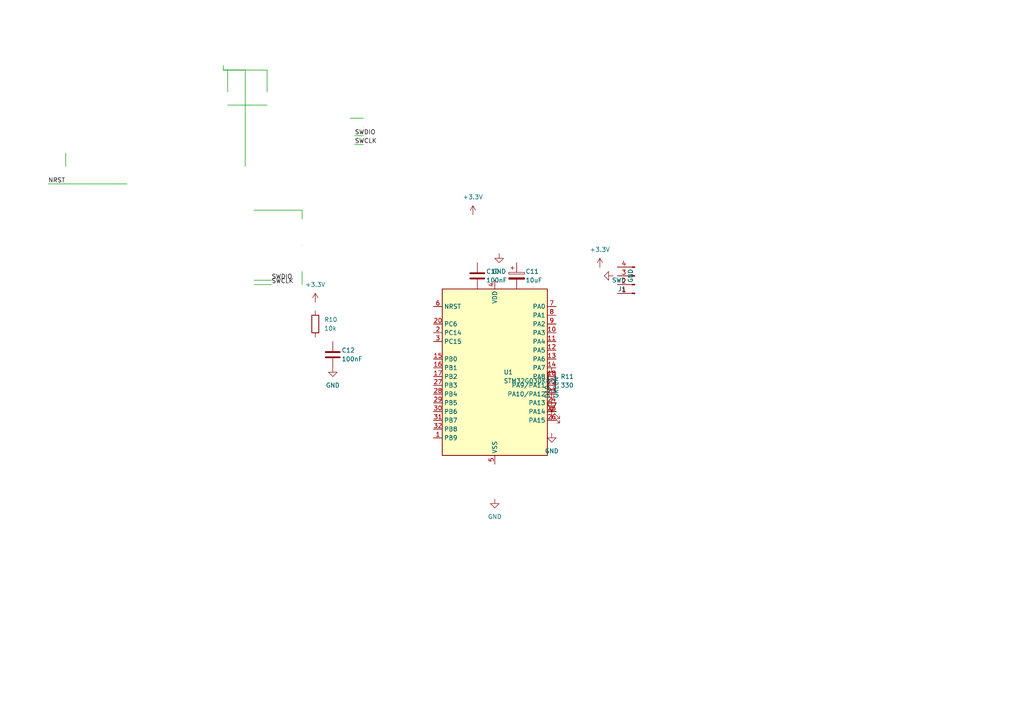
<source format=kicad_sch>
(kicad_sch (version 20250114) (generator "eeschema") (generator_version "9.0")
  (paper "A4")
  (title_block (title "STM32_Parametric_Grid_Test"))
  (lib_symbols
    (symbol "MCU_ST_STM32G0:STM32G030K8Tx"
      (property "Reference" "U" (at -15.24 26.67 0))
      (property "Value" "STM32G030K8Tx" (at 2.54 26.67 0))
      (symbol "STM32G030K8Tx_0_1"
        (rectangle (start -15.24 -22.86) (end 15.24 25.4) (stroke (width 0.254)) (fill (type background)))
      )
      (symbol "STM32G030K8Tx_1_1"
        (pin input line (at -17.78 20.32 0) (length 2.54) (name "NRST") (number "6"))
        (pin bidirectional line (at -17.78 15.24 0) (length 2.54) (name "PC6") (number "20"))
        (pin bidirectional line (at -17.78 12.7 0) (length 2.54) (name "PC14") (number "2"))
        (pin bidirectional line (at -17.78 10.16 0) (length 2.54) (name "PC15") (number "3"))
        (pin bidirectional line (at -17.78 5.08 0) (length 2.54) (name "PB0") (number "15"))
        (pin bidirectional line (at -17.78 2.54 0) (length 2.54) (name "PB1") (number "16"))
        (pin bidirectional line (at -17.78 0 0) (length 2.54) (name "PB2") (number "17"))
        (pin bidirectional line (at -17.78 -2.54 0) (length 2.54) (name "PB3") (number "27"))
        (pin bidirectional line (at -17.78 -5.08 0) (length 2.54) (name "PB4") (number "28"))
        (pin bidirectional line (at -17.78 -7.62 0) (length 2.54) (name "PB5") (number "29"))
        (pin bidirectional line (at -17.78 -10.16 0) (length 2.54) (name "PB6") (number "30"))
        (pin bidirectional line (at -17.78 -12.7 0) (length 2.54) (name "PB7") (number "31"))
        (pin bidirectional line (at -17.78 -15.24 0) (length 2.54) (name "PB8") (number "32"))
        (pin bidirectional line (at -17.78 -17.78 0) (length 2.54) (name "PB9") (number "1"))
        (pin no_connect line (at -15.24 -20.32 0) (length 2.54) (hide yes) (name "NC/PA10") (number "21"))
        (pin no_connect line (at -15.24 -22.86 0) (length 2.54) (hide yes) (name "NC/PA9") (number "19"))
        (pin power_in line (at 0 27.94 270) (length 2.54) (name "VDD") (number "4"))
        (pin power_in line (at 0 -25.4 90) (length 2.54) (name "VSS") (number "5"))
        (pin bidirectional line (at 17.78 20.32 180) (length 2.54) (name "PA0") (number "7"))
        (pin bidirectional line (at 17.78 17.78 180) (length 2.54) (name "PA1") (number "8"))
        (pin bidirectional line (at 17.78 15.24 180) (length 2.54) (name "PA2") (number "9"))
        (pin bidirectional line (at 17.78 12.7 180) (length 2.54) (name "PA3") (number "10"))
        (pin bidirectional line (at 17.78 10.16 180) (length 2.54) (name "PA4") (number "11"))
        (pin bidirectional line (at 17.78 7.62 180) (length 2.54) (name "PA5") (number "12"))
        (pin bidirectional line (at 17.78 5.08 180) (length 2.54) (name "PA6") (number "13"))
        (pin bidirectional line (at 17.78 2.54 180) (length 2.54) (name "PA7") (number "14"))
        (pin bidirectional line (at 17.78 0 180) (length 2.54) (name "PA8") (number "18"))
        (pin bidirectional line (at 17.78 -2.54 180) (length 2.54) (name "PA9/PA11") (number "22"))
        (pin bidirectional line (at 17.78 -5.08 180) (length 2.54) (name "PA10/PA12") (number "23"))
        (pin bidirectional line (at 17.78 -7.62 180) (length 2.54) (name "PA13") (number "24"))
        (pin bidirectional line (at 17.78 -10.16 180) (length 2.54) (name "PA14") (number "25"))
        (pin bidirectional line (at 17.78 -12.7 180) (length 2.54) (name "PA15") (number "26"))
      )
    )
    (symbol "Device:R" (pin_numbers (hide yes)) (pin_names (offset 0))
      (property "Reference" "R" (at 2.032 0 90))
      (property "Value" "R" (at 0 0 90))
      (symbol "R_0_1"
        (rectangle (start -1.016 -2.54) (end 1.016 2.54) (stroke (width 0.254)))
      )
      (symbol "R_1_1"
        (pin passive line (at 0 3.81 270) (length 1.27) (name "~") (number "1"))
        (pin passive line (at 0 -3.81 90) (length 1.27) (name "~") (number "2"))
      )
    )
    (symbol "Device:LED" (pin_numbers (hide yes)) (pin_names (offset 1.016) (hide yes))
      (property "Reference" "D" (at 0 2.54 0))
      (property "Value" "LED" (at 0 -2.54 0))
      (symbol "LED_0_1"
        (polyline (pts (xy -3.048 -0.762) (xy -4.572 -2.286) (xy -3.81 -2.286) (xy -4.572 -2.286) (xy -4.572 -1.524)))
        (polyline (pts (xy -1.778 -0.762) (xy -3.302 -2.286) (xy -2.54 -2.286) (xy -3.302 -2.286) (xy -3.302 -1.524)))
        (polyline (pts (xy -1.27 0) (xy 1.27 0)))
        (polyline (pts (xy -1.27 -1.27) (xy -1.27 1.27)) (stroke (width 0.254)))
        (polyline (pts (xy 1.27 -1.27) (xy 1.27 1.27) (xy -1.27 0) (xy 1.27 -1.27)) (stroke (width 0.254)))
      )
      (symbol "LED_1_1"
        (pin passive line (at -3.81 0 0) (length 2.54) (name "K") (number "1"))
        (pin passive line (at 3.81 0 180) (length 2.54) (name "A") (number "2"))
      )
    )
    (symbol "Device:C" (pin_numbers (hide yes)) (pin_names (offset 0.254))
      (property "Reference" "C" (at 0.635 2.54 0))
      (property "Value" "C" (at 0.635 -2.54 0))
      (symbol "C_0_1"
        (polyline (pts (xy -2.032 0.762) (xy 2.032 0.762)) (stroke (width 0.508)))
        (polyline (pts (xy -2.032 -0.762) (xy 2.032 -0.762)) (stroke (width 0.508)))
      )
      (symbol "C_1_1"
        (pin passive line (at 0 3.81 270) (length 2.794) (name "~") (number "1"))
        (pin passive line (at 0 -3.81 90) (length 2.794) (name "~") (number "2"))
      )
    )
    (symbol "Device:C_Polarized" (pin_numbers (hide yes)) (pin_names (offset 0.254))
      (property "Reference" "C" (at 0.635 2.54 0))
      (property "Value" "C_Polarized" (at 0.635 -2.54 0))
      (symbol "C_Polarized_0_1"
        (rectangle (start -2.286 0.508) (end 2.286 1.016))
        (polyline (pts (xy -1.778 2.286) (xy -0.762 2.286)))
        (polyline (pts (xy -1.27 2.794) (xy -1.27 1.778)))
        (rectangle (start 2.286 -0.508) (end -2.286 -1.016) (fill (type outline)))
      )
      (symbol "C_Polarized_1_1"
        (pin passive line (at 0 3.81 270) (length 2.794) (name "~") (number "1"))
        (pin passive line (at 0 -3.81 90) (length 2.794) (name "~") (number "2"))
      )
    )
    (symbol "Connector:Conn_01x04_Pin" (pin_names (offset 1.016) (hide yes))
      (property "Reference" "J" (at 0 5.08 0))
      (property "Value" "Conn_01x04_Pin" (at 0 -7.62 0))
      (symbol "Conn_01x04_Pin_1_1"
        (rectangle (start 0.8636 2.667) (end 0 2.413) (stroke (width 0.1524)) (fill (type outline)))
        (rectangle (start 0.8636 0.127) (end 0 -0.127) (stroke (width 0.1524)) (fill (type outline)))
        (rectangle (start 0.8636 -2.413) (end 0 -2.667) (stroke (width 0.1524)) (fill (type outline)))
        (rectangle (start 0.8636 -4.953) (end 0 -5.207) (stroke (width 0.1524)) (fill (type outline)))
        (polyline (pts (xy 1.27 2.54) (xy 0.8636 2.54)) (stroke (width 0.1524)))
        (polyline (pts (xy 1.27 0) (xy 0.8636 0)) (stroke (width 0.1524)))
        (polyline (pts (xy 1.27 -2.54) (xy 0.8636 -2.54)) (stroke (width 0.1524)))
        (polyline (pts (xy 1.27 -5.08) (xy 0.8636 -5.08)) (stroke (width 0.1524)))
        (pin passive line (at 5.08 2.54 180) (length 3.81) (name "Pin_1") (number "1"))
        (pin passive line (at 5.08 0 180) (length 3.81) (name "Pin_2") (number "2"))
        (pin passive line (at 5.08 -2.54 180) (length 3.81) (name "Pin_3") (number "3"))
        (pin passive line (at 5.08 -5.08 180) (length 3.81) (name "Pin_4") (number "4"))
      )
    )
    (symbol "power:+3.3V" (power) (pin_numbers (hide yes)) (pin_names (offset 0) (hide yes))
      (property "Value" "+3.3V" (at 0 3.556 0))
      (symbol "+3.3V_0_1"
        (polyline (pts (xy -0.762 1.27) (xy 0 2.54)))
        (polyline (pts (xy 0 2.54) (xy 0.762 1.27)))
        (polyline (pts (xy 0 0) (xy 0 2.54)))
      )
      (symbol "+3.3V_1_1"
        (pin power_in line (at 0 0 90) (length 0) (name "~") (number "1"))
      )
    )
    (symbol "power:GND" (power) (pin_numbers (hide yes)) (pin_names (offset 0) (hide yes))
      (property "Value" "GND" (at 0 -3.81 0))
      (symbol "GND_0_1"
        (polyline (pts (xy 0 0) (xy 0 -1.27) (xy 1.27 -1.27) (xy 0 -2.54) (xy -1.27 -1.27) (xy 0 -1.27)))
      )
      (symbol "GND_1_1"
        (pin power_in line (at 0 0 270) (length 0) (name "~") (number "1"))
      )
    )
  )
  (symbol (lib_id "MCU_ST_STM32G0:STM32G030K8Tx") (at 143.51 109.22 0) (unit 1)
    (property "Reference" "U1" (at 146.05 107.9499 0) (effects (justify left)))
    (property "Value" "STM32G030K8Tx" (at 146.05 110.4899 0) (effects (justify left)))
  )
  (symbol (lib_id "Device:R") (at 91.44 93.98 0) (unit 1)
    (property "Reference" "R10" (at 93.98 92.7099 0) (effects (justify left)))
    (property "Value" "10k" (at 93.98 95.2499 0) (effects (justify left)))
  )
  (symbol (lib_id "Device:R") (at 160.02 110.49 0) (unit 1)
    (property "Reference" "R11" (at 162.56 109.2199 0) (effects (justify left)))
    (property "Value" "330" (at 162.56 111.7599 0) (effects (justify left)))
  )
  (symbol (lib_id "Device:LED") (at 160.02 118.11 90) (unit 1)
    (property "Reference" "D10" (at 158.7499 115.57 0) (effects (justify left)))
    (property "Value" "GREEN" (at 161.2899 115.57 0) (effects (justify left)))
  )
  (symbol (lib_id "Device:C") (at 138.43 80.01 0) (unit 1)
    (property "Reference" "C10" (at 140.97 78.7399 0) (effects (justify left)))
    (property "Value" "100nF" (at 140.97 81.2799 0) (effects (justify left)))
  )
  (symbol (lib_id "Device:C_Polarized") (at 149.86 80.01 0) (unit 1)
    (property "Reference" "C11" (at 152.4 78.7399 0) (effects (justify left)))
    (property "Value" "10uF" (at 152.4 81.2799 0) (effects (justify left)))
  )
  (symbol (lib_id "Device:C") (at 96.52 102.87 0) (unit 1)
    (property "Reference" "C12" (at 99.06 101.5999 0) (effects (justify left)))
    (property "Value" "100nF" (at 99.06 104.1399 0) (effects (justify left)))
  )
  (symbol (lib_id "Connector:Conn_01x04_Pin") (at 184.15 82.55 180) (unit 1)
    (property "Reference" "J1" (at 181.61 83.8201 0) (effects (justify left)))
    (property "Value" "SWD" (at 181.61 81.2801 0) (effects (justify left)))
  )
  (symbol (lib_id "power:+3.3V") (at 137.16 62.23 0) (unit 1)
    (property "Reference" "#PWR20" (effects (hide yes)))
    (property "Value" "+3.3V" (at 137.16 57.15 0))
  )
  (symbol (lib_id "power:+3.3V") (at 173.99 77.47 0) (unit 1)
    (property "Reference" "#PWR21" (effects (hide yes)))
    (property "Value" "+3.3V" (at 173.99 72.39 0))
  )
  (symbol (lib_id "power:+3.3V") (at 91.44 87.63 0) (unit 1)
    (property "Reference" "#PWR22" (effects (hide yes)))
    (property "Value" "+3.3V" (at 91.44 82.55 0))
  )
  (symbol (lib_id "power:GND") (at 160.02 125.73 0) (unit 1)
    (property "Reference" "#PWR23" (effects (hide yes)))
    (property "Value" "GND" (at 160.02 130.81 0))
  )
  (symbol (lib_id "power:GND") (at 144.78 73.66 0) (unit 1)
    (property "Reference" "#PWR24" (effects (hide yes)))
    (property "Value" "GND" (at 144.78 78.74 0))
  )
  (symbol (lib_id "power:GND") (at 143.51 144.78 0) (unit 1)
    (property "Reference" "#PWR25" (effects (hide yes)))
    (property "Value" "GND" (at 143.51 149.86 0))
  )
  (symbol (lib_id "power:GND") (at 96.52 106.68 0) (unit 1)
    (property "Reference" "#PWR26" (effects (hide yes)))
    (property "Value" "GND" (at 96.52 111.76 0))
  )
  (symbol (lib_id "power:GND") (at 177.8 80.01 270) (unit 1)
    (property "Reference" "#PWR27" (effects (hide yes)))
    (property "Value" "GND" (at 182.88 80.01 0))
  )
  (wire (pts (xy 66.04 30.48) (xy 72.39 30.48)))
  (wire (pts (xy 72.39 30.48) (xy 77.47 30.48)))
  (wire (pts (xy 71.12 20.32) (xy 64.77 20.32)))
  (wire (pts (xy 64.77 20.32) (xy 66.04 20.32)))
  (wire (pts (xy 66.04 20.32) (xy 77.47 20.32)))
  (wire (pts (xy 71.12 20.32) (xy 71.12 48.26)))
  (wire (pts (xy 64.77 19.05) (xy 64.77 20.32)))
  (wire (pts (xy 66.04 20.32) (xy 66.04 26.67)))
  (wire (pts (xy 77.47 20.32) (xy 77.47 26.67)))
  (wire (pts (xy 19.05 53.34) (xy 24.13 53.34)))
  (wire (pts (xy 24.13 53.34) (xy 36.83 53.34)))
  (wire (pts (xy 13.97 53.34) (xy 19.05 53.34)))
  (wire (pts (xy 19.05 44.45) (xy 19.05 48.26)))
  (wire (pts (xy 73.66 60.96) (xy 87.63 60.96)))
  (wire (pts (xy 87.63 60.96) (xy 87.63 63.5)))
  (wire (pts (xy 87.63 71.12) (xy 87.63 71.12)))
  (wire (pts (xy 87.63 78.74) (xy 87.63 82.55)))
  (wire (pts (xy 101.6 34.29) (xy 105.41 34.29)))
  (wire (pts (xy 105.41 36.83) (xy 105.41 36.83)))
  (wire (pts (xy 102.87 39.37) (xy 105.41 39.37)))
  (wire (pts (xy 102.87 41.91) (xy 105.41 41.91)))
  (wire (pts (xy 78.74 81.28) (xy 73.66 81.28)))
  (wire (pts (xy 78.74 82.55) (xy 73.66 82.55)))
  (label "NRST" (at 13.97 53.34 0))
  (label "SWDIO" (at 78.74 81.28 0))
  (label "SWCLK" (at 78.74 82.55 0))
  (label "SWDIO" (at 102.87 39.37 0))
  (label "SWCLK" (at 102.87 41.91 0))
)
</source>
